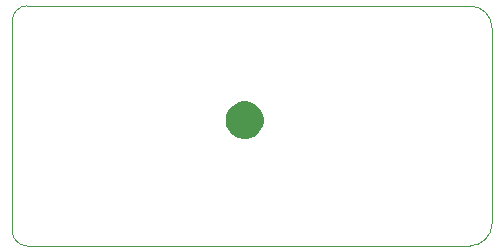
<source format=gbr>
%TF.GenerationSoftware,Altium Limited,Altium Designer,20.0.11 (256)*%
G04 Layer_Color=0*
%FSLAX26Y26*%
%MOIN*%
%TF.FileFunction,Profile,NP*%
%TF.Part,Single*%
G01*
G75*
%TA.AperFunction,Profile*%
%ADD39C,0.001000*%
G36*
X712508Y418007D02*
Y411803D01*
X714929Y399633D01*
X719677Y388169D01*
X726571Y377852D01*
X735345Y369078D01*
X745662Y362184D01*
X757126Y357436D01*
X769296Y355015D01*
X775500D01*
X781704D01*
X793874Y357436D01*
X805338Y362184D01*
X815655Y369078D01*
X824429Y377852D01*
X831323Y388169D01*
X836071Y399633D01*
X838492Y411803D01*
Y418007D01*
Y424211D01*
X836071Y436381D01*
X831323Y447845D01*
X824429Y458162D01*
X815655Y466936D01*
X805338Y473830D01*
X793874Y478578D01*
X781704Y480999D01*
X775500D01*
X769296D01*
X757126Y478578D01*
X745662Y473830D01*
X735345Y466936D01*
X726571Y458162D01*
X719677Y447845D01*
X714929Y436381D01*
X712508Y424211D01*
Y418007D01*
D01*
D02*
G37*
D39*
X50500Y-497D02*
G02*
X500Y49503I0J50000D01*
G01*
Y749503D01*
D02*
G02*
X50500Y799503I50000J0D01*
G01*
X1525500D01*
D02*
G02*
X1600500Y724503I0J-75000D01*
G01*
Y74503D01*
D02*
G02*
X1525500Y-497I-75000J0D01*
G01*
X50500D01*
%TF.MD5,6bb1bd6b5d60202c4308fc616f7f2aeb*%
M02*

</source>
